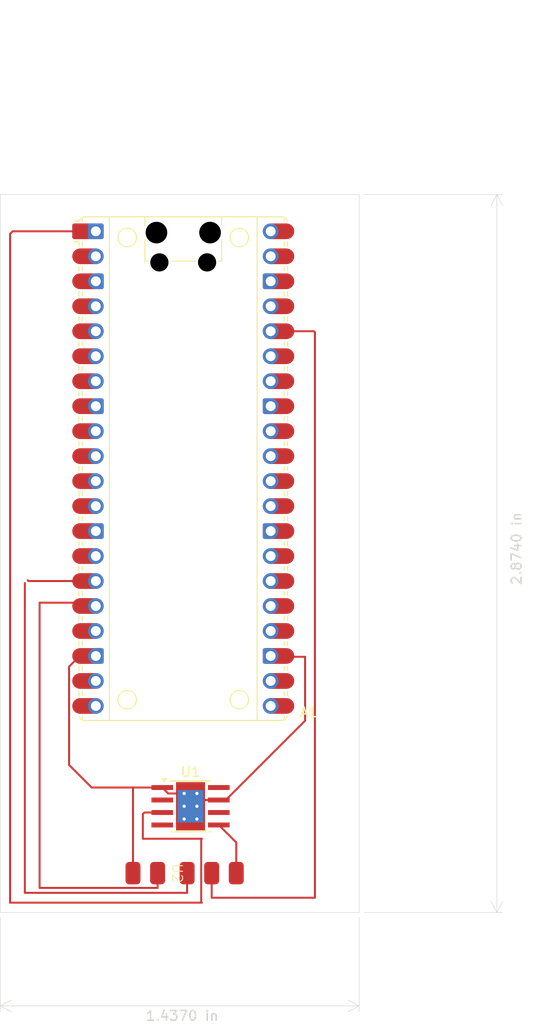
<source format=kicad_pcb>
(kicad_pcb (version 20240108) (generator "pcbnew") (generator_version "8.0")
  (layers (0 "F.Cu" signal) (31 "B.Cu" signal) (34 "B.Paste" user) (35 "F.Paste" user) (36 "B.SilkS" user "B.Silkscreen") (37 "F.SilkS" user "F.Silkscreen") (38 "B.Mask" user) (39 "F.Mask" user) (44 "Edge.Cuts" user))
  (net 0 "")
  (net 3 "GND")
  (net 5 "+10V")
  (net 7 "Net-(A1-GPIO0)")
  (net 18 "+3.3V")
  (net 38 "Net-(A1-GPIO12)")
  (net 39 "Net-(A1-GPIO11)")
  (footprint "Inlet_PCB_connector:Inlet_PCB" (layer "F.Cu") (at 89.5 138.5 -90)
    (property "Reference" "U2" (at 0 1 -90) (layer "F.SilkS") (effects (font (thickness 0.1))))
    (property "Value" "~" (hide yes))
    (pad "1" smd roundrect (at 0 -5 270) (size 2.286 1.524) (layers "F.Cu" "F.Paste" "F.Mask") (net 5 "+10V"))
    (pad "2" smd roundrect (at 0 -2.5 270) (size 2.286 1.524) (layers "F.Cu" "F.Paste" "F.Mask") (net 18 "+3.3V"))
    (pad "3" smd roundrect (at 0 0 270) (size 2.286 1.524) (layers "F.Cu" "F.Paste" "F.Mask"))
    (pad "4" smd roundrect (at 0 3 270) (size 2.286 1.524) (layers "F.Cu" "F.Paste" "F.Mask") (net 38 "Net-(A1-GPIO12)"))
    (pad "5" smd roundrect (at 0 5.5 270) (size 2.286 1.524) (layers "F.Cu" "F.Paste" "F.Mask") (net 3 "GND"))
  )
  (footprint "Module_RaspberryPi_Pico:RaspberryPi_Pico_Common" (layer "F.Cu") (at 89.11 97.37)
    (property "Reference" "A1" (at 11.7475 24.765 0) (layer "F.SilkS") (effects (justify left)))
    (property "Value" "RaspberryPi_Pico")
    (fp_line (start -10.61 -23.07) (end -11.09 -23.07) (stroke (width 0.12)) (layer "F.SilkS"))
    (fp_line (start -10.61 -23.07) (end -10.61 -22.65) (stroke (width 0.12)) (layer "F.SilkS"))
    (fp_line (start -10.61 -20.53) (end -10.61 -20.11) (stroke (width 0.12)) (layer "F.SilkS"))
    (fp_line (start -10.61 -17.99) (end -10.61 -17.57) (stroke (width 0.12)) (layer "F.SilkS"))
    (fp_line (start -10.61 -15.45) (end -10.61 -15.03) (stroke (width 0.12)) (layer "F.SilkS"))
    (fp_line (start -10.61 -12.91) (end -10.61 -12.49) (stroke (width 0.12)) (layer "F.SilkS"))
    (fp_line (start -10.61 -10.37) (end -10.61 -9.95) (stroke (width 0.12)) (layer "F.SilkS"))
    (fp_line (start -10.61 -7.83) (end -10.61 -7.41) (stroke (width 0.12)) (layer "F.SilkS"))
    (fp_line (start -10.61 -5.29) (end -10.61 -4.87) (stroke (width 0.12)) (layer "F.SilkS"))
    (fp_line (start -10.61 -2.75) (end -10.61 -2.33) (stroke (width 0.12)) (layer "F.SilkS"))
    (fp_line (start -10.61 -0.21) (end -10.61 0.21) (stroke (width 0.12)) (layer "F.SilkS"))
    (fp_line (start -10.61 2.33) (end -10.61 2.75) (stroke (width 0.12)) (layer "F.SilkS"))
    (fp_line (start -10.61 4.87) (end -10.61 5.29) (stroke (width 0.12)) (layer "F.SilkS"))
    (fp_line (start -10.61 7.41) (end -10.61 7.83) (stroke (width 0.12)) (layer "F.SilkS"))
    (fp_line (start -10.61 9.95) (end -10.61 10.37) (stroke (width 0.12)) (layer "F.SilkS"))
    (fp_line (start -10.61 12.49) (end -10.61 12.91) (stroke (width 0.12)) (layer "F.SilkS"))
    (fp_line (start -10.61 15.03) (end -10.61 15.45) (stroke (width 0.12)) (layer "F.SilkS"))
    (fp_line (start -10.61 17.57) (end -10.61 17.99) (stroke (width 0.12)) (layer "F.SilkS"))
    (fp_line (start -10.61 20.11) (end -10.61 20.53) (stroke (width 0.12)) (layer "F.SilkS"))
    (fp_line (start -10.61 22.65) (end -10.61 23.07) (stroke (width 0.12)) (layer "F.SilkS"))
    (fp_line (start -10.579676 -25.19) (end -11.09 -25.19) (stroke (width 0.12)) (layer "F.SilkS"))
    (fp_line (start -10.27 -25.189937) (end -10.27 -25.547) (stroke (width 0.12)) (layer "F.SilkS"))
    (fp_line (start -10.27 -23.07) (end -10.27 -22.65) (stroke (width 0.12)) (layer "F.SilkS"))
    (fp_line (start -10.27 -20.53) (end -10.27 -20.11) (stroke (width 0.12)) (layer "F.SilkS"))
    (fp_line (start -10.27 -17.99) (end -10.27 -17.57) (stroke (width 0.12)) (layer "F.SilkS"))
    (fp_line (start -10.27 -15.45) (end -10.27 -15.03) (stroke (width 0.12)) (layer "F.SilkS"))
    (fp_line (start -10.27 -12.91) (end -10.27 -12.49) (stroke (width 0.12)) (layer "F.SilkS"))
    (fp_line (start -10.27 -10.37) (end -10.27 -9.95) (stroke (width 0.12)) (layer "F.SilkS"))
    (fp_line (start -10.27 -7.83) (end -10.27 -7.41) (stroke (width 0.12)) (layer "F.SilkS"))
    (fp_line (start -10.27 -5.29) (end -10.27 -4.87) (stroke (width 0.12)) (layer "F.SilkS"))
    (fp_line (start -10.27 -2.75) (end -10.27 -2.33) (stroke (width 0.12)) (layer "F.SilkS"))
    (fp_line (start -10.27 -0.21) (end -10.27 0.21) (stroke (width 0.12)) (layer "F.SilkS"))
    (fp_line (start -10.27 2.33) (end -10.27 2.75) (stroke (width 0.12)) (layer "F.SilkS"))
    (fp_line (start -10.27 4.87) (end -10.27 5.29) (stroke (width 0.12)) (layer "F.SilkS"))
    (fp_line (start -10.27 7.41) (end -10.27 7.83) (stroke (width 0.12)) (layer "F.SilkS"))
    (fp_line (start -10.27 9.95) (end -10.27 10.37) (stroke (width 0.12)) (layer "F.SilkS"))
    (fp_line (start -10.27 12.49) (end -10.27 12.91) (stroke (width 0.12)) (layer "F.SilkS"))
    (fp_line (start -10.27 15.03) (end -10.27 15.45) (stroke (width 0.12)) (layer "F.SilkS"))
    (fp_line (start -10.27 17.57) (end -10.27 17.99) (stroke (width 0.12)) (layer "F.SilkS"))
    (fp_line (start -10.27 20.11) (end -10.27 20.53) (stroke (width 0.12)) (layer "F.SilkS"))
    (fp_line (start -10.27 22.65) (end -10.27 23.07) (stroke (width 0.12)) (layer "F.SilkS"))
    (fp_line (start -10.27 25.189937) (end -10.27 25.547) (stroke (width 0.12)) (layer "F.SilkS"))
    (fp_line (start -10 -25.61) (end -7.51 -25.61) (stroke (width 0.12)) (layer "F.SilkS"))
    (fp_line (start -10 25.61) (end -3.6 25.61) (stroke (width 0.12)) (layer "F.SilkS"))
    (fp_line (start -7.51 -25.61) (end -7.51 -24.69648) (stroke (width 0.12)) (layer "F.SilkS"))
    (fp_line (start -7.51 -25.61) (end -4.235 -25.61) (stroke (width 0.12)) (layer "F.SilkS"))
    (fp_line (start -7.51 -24.69648) (end -7.51 -22.30352) (stroke (width 0.12)) (layer "F.SilkS"))
    (fp_line (start -7.51 -22.30352) (end -7.51 22.30352) (stroke (width 0.12)) (layer "F.SilkS"))
    (fp_line (start -7.51 22.30352) (end -7.51 24.69648) (stroke (width 0.12)) (layer "F.SilkS"))
    (fp_line (start -7.51 24.69648) (end -7.51 25.61) (stroke (width 0.12)) (layer "F.SilkS"))
    (fp_line (start -4.235 -25.61) (end 4.235 -25.61) (stroke (width 0.12)) (layer "F.SilkS"))
    (fp_line (start -3.9 -25.61) (end -3.9 -24.694) (stroke (width 0.12)) (layer "F.SilkS"))
    (fp_line (start -3.9 -23.3152) (end -3.9 -21.09) (stroke (width 0.12)) (layer "F.SilkS"))
    (fp_line (start -3.9 -21.09) (end -3.60391 -21.09) (stroke (width 0.12)) (layer "F.SilkS"))
    (fp_line (start -1.24609 -21.09) (end 1.24609 -21.09) (stroke (width 0.12)) (layer "F.SilkS"))
    (fp_line (start 3.6 25.61) (end -3.6 25.61) (stroke (width 0.12)) (layer "F.SilkS"))
    (fp_line (start 3.6 25.61) (end 10 25.61) (stroke (width 0.12)) (layer "F.SilkS"))
    (fp_line (start 3.60391 -21.09) (end 3.9 -21.09) (stroke (width 0.12)) (layer "F.SilkS"))
    (fp_line (start 3.9 -25.61) (end 3.9 -24.694) (stroke (width 0.12)) (layer "F.SilkS"))
    (fp_line (start 3.9 -23.3152) (end 3.9 -21.09) (stroke (width 0.12)) (layer "F.SilkS"))
    (fp_line (start 4.235 -25.61) (end 7.51 -25.61) (stroke (width 0.12)) (layer "F.SilkS"))
    (fp_line (start 7.51 -25.61) (end 7.51 -24.69648) (stroke (width 0.12)) (layer "F.SilkS"))
    (fp_line (start 7.51 -24.69648) (end 7.51 -22.30352) (stroke (width 0.12)) (layer "F.SilkS"))
    (fp_line (start 7.51 -22.30352) (end 7.51 22.30352) (stroke (width 0.12)) (layer "F.SilkS"))
    (fp_line (start 7.51 22.30352) (end 7.51 24.69648) (stroke (width 0.12)) (layer "F.SilkS"))
    (fp_line (start 7.51 24.69648) (end 7.51 25.61) (stroke (width 0.12)) (layer "F.SilkS"))
    (fp_line (start 10 -25.61) (end 7.51 -25.61) (stroke (width 0.12)) (layer "F.SilkS"))
    (fp_line (start 10.27 -25.189937) (end 10.27 -25.547) (stroke (width 0.12)) (layer "F.SilkS"))
    (fp_line (start 10.27 -23.07) (end 10.27 -22.65) (stroke (width 0.12)) (layer "F.SilkS"))
    (fp_line (start 10.27 -20.53) (end 10.27 -20.11) (stroke (width 0.12)) (layer "F.SilkS"))
    (fp_line (start 10.27 -17.99) (end 10.27 -17.57) (stroke (width 0.12)) (layer "F.SilkS"))
    (fp_line (start 10.27 -15.45) (end 10.27 -15.03) (stroke (width 0.12)) (layer "F.SilkS"))
    (fp_line (start 10.27 -12.91) (end 10.27 -12.49) (stroke (width 0.12)) (layer "F.SilkS"))
    (fp_line (start 10.27 -10.37) (end 10.27 -9.95) (stroke (width 0.12)) (layer "F.SilkS"))
    (fp_line (start 10.27 -7.83) (end 10.27 -7.41) (stroke (width 0.12)) (layer "F.SilkS"))
    (fp_line (start 10.27 -5.29) (end 10.27 -4.87) (stroke (width 0.12)) (layer "F.SilkS"))
    (fp_line (start 10.27 -2.75) (end 10.27 -2.33) (stroke (width 0.12)) (layer "F.SilkS"))
    (fp_line (start 10.27 -0.21) (end 10.27 0.21) (stroke (width 0.12)) (layer "F.SilkS"))
    (fp_line (start 10.27 2.33) (end 10.27 2.75) (stroke (width 0.12)) (layer "F.SilkS"))
    (fp_line (start 10.27 4.87) (end 10.27 5.29) (stroke (width 0.12)) (layer "F.SilkS"))
    (fp_line (start 10.27 7.41) (end 10.27 7.83) (stroke (width 0.12)) (layer "F.SilkS"))
    (fp_line (start 10.27 9.95) (end 10.27 10.37) (stroke (width 0.12)) (layer "F.SilkS"))
    (fp_line (start 10.27 12.49) (end 10.27 12.91) (stroke (width 0.12)) (layer "F.SilkS"))
    (fp_line (start 10.27 15.03) (end 10.27 15.45) (stroke (width 0.12)) (layer "F.SilkS"))
    (fp_line (start 10.27 17.57) (end 10.27 17.99) (stroke (width 0.12)) (layer "F.SilkS"))
    (fp_line (start 10.27 20.11) (end 10.27 20.53) (stroke (width 0.12)) (layer "F.SilkS"))
    (fp_line (start 10.27 22.65) (end 10.27 23.07) (stroke (width 0.12)) (layer "F.SilkS"))
    (fp_line (start 10.27 25.189937) (end 10.27 25.547) (stroke (width 0.12)) (layer "F.SilkS"))
    (fp_line (start 10.61 -23.07) (end 10.61 -22.65) (stroke (width 0.12)) (layer "F.SilkS"))
    (fp_line (start 10.61 -20.53) (end 10.61 -20.11) (stroke (width 0.12)) (layer "F.SilkS"))
    (fp_line (start 10.61 -17.99) (end 10.61 -17.57) (stroke (width 0.12)) (layer "F.SilkS"))
    (fp_line (start 10.61 -15.45) (end 10.61 -15.03) (stroke (width 0.12)) (layer "F.SilkS"))
    (fp_line (start 10.61 -12.91) (end 10.61 -12.49) (stroke (width 0.12)) (layer "F.SilkS"))
    (fp_line (start 10.61 -10.37) (end 10.61 -9.95) (stroke (width 0.12)) (layer "F.SilkS"))
    (fp_line (start 10.61 -7.83) (end 10.61 -7.41) (stroke (width 0.12)) (layer "F.SilkS"))
    (fp_line (start 10.61 -5.29) (end 10.61 -4.87) (stroke (width 0.12)) (layer "F.SilkS"))
    (fp_line (start 10.61 -2.75) (end 10.61 -2.33) (stroke (width 0.12)) (layer "F.SilkS"))
    (fp_line (start 10.61 -0.21) (end 10.61 0.21) (stroke (width 0.12)) (layer "F.SilkS"))
    (fp_line (start 10.61 2.33) (end 10.61 2.75) (stroke (width 0.12)) (layer "F.SilkS"))
    (fp_line (start 10.61 4.87) (end 10.61 5.29) (stroke (width 0.12)) (layer "F.SilkS"))
    (fp_line (start 10.61 7.41) (end 10.61 7.83) (stroke (width 0.12)) (layer "F.SilkS"))
    (fp_line (start 10.61 9.95) (end 10.61 10.37) (stroke (width 0.12)) (layer "F.SilkS"))
    (fp_line (start 10.61 12.49) (end 10.61 12.91) (stroke (width 0.12)) (layer "F.SilkS"))
    (fp_line (start 10.61 15.03) (end 10.61 15.45) (stroke (width 0.12)) (layer "F.SilkS"))
    (fp_line (start 10.61 17.57) (end 10.61 17.99) (stroke (width 0.12)) (layer "F.SilkS"))
    (fp_line (start 10.61 20.11) (end 10.61 20.53) (stroke (width 0.12)) (layer "F.SilkS"))
    (fp_line (start 10.61 22.65) (end 10.61 23.07) (stroke (width 0.12)) (layer "F.SilkS"))
    (fp_arc (start -10.579676 -25.19) (mid -10.357916 -25.49396) (end -10 -25.61) (stroke (width 0.12)) (layer "F.SilkS"))
    (fp_arc (start -10 25.61) (mid -10.357937 25.493944) (end -10.579676 25.189937) (stroke (width 0.12)) (layer "F.SilkS"))
    (fp_arc (start 10 -25.61) (mid 10.357937 -25.493944) (end 10.579676 -25.189937) (stroke (width 0.12)) (layer "F.SilkS"))
    (fp_arc (start 10.579676 25.189937) (mid 10.357949 25.493953) (end 10 25.61) (stroke (width 0.12)) (layer "F.SilkS"))
    (fp_circle (center -5.7 -23.5) (end -4.76 -23.5) (stroke (width 0.12)) (fill none) (layer "F.SilkS"))
    (fp_circle (center -5.7 23.5) (end -4.76 23.5) (stroke (width 0.12)) (fill none) (layer "F.SilkS"))
    (fp_circle (center 5.7 -23.5) (end 6.64 -23.5) (stroke (width 0.12)) (fill none) (layer "F.SilkS"))
    (fp_circle (center 5.7 23.5) (end 6.64 23.5) (stroke (width 0.12)) (fill none) (layer "F.SilkS"))
    (pad "" np_thru_hole circle (at -2.725 -24) (size 2.2 2.2) (drill 2.2) (layers "*.Mask"))
    (pad "" np_thru_hole circle (at -2.425 -20.97) (size 1.85 1.85) (drill 1.85) (layers "*.Mask"))
    (pad "" np_thru_hole circle (at 2.425 -20.97) (size 1.85 1.85) (drill 1.85) (layers "*.Mask"))
    (pad "" np_thru_hole circle (at 2.725 -24) (size 2.2 2.2) (drill 2.2) (layers "*.Mask"))
    (pad "1" thru_hole roundrect (at -8.89 -24.13) (size 1.6 1.6) (drill 1) (layers "*.Cu" "*.Mask") (roundrect_rratio 0.125) (net 7 "Net-(A1-GPIO0)"))
    (pad "1" smd custom (at -8.89 -24.13) (size 1.6 1.6) (layers "F.Cu" "F.Mask") (net 7 "Net-(A1-GPIO0)") (options (clearance outline) (anchor circle)) (primitives (gr_poly (pts (xy -2.4 0.6) (xy -2.4 -0.6) (xy -2.2 -0.8) (xy 0 -0.8) (xy 0 0.8) (xy -2.2 0.8)) (width 0) (fill yes)) (gr_circle (center -2.2 0.6) (end -2 0.6) (width 0) (fill yes)) (gr_circle (center -2.2 -0.6) (end -2 -0.6) (width 0) (fill yes))))
    (pad "2" thru_hole circle (at -8.89 -21.59) (size 1.6 1.6) (drill 1) (layers "*.Cu" "*.Mask"))
    (pad "2" smd roundrect (at -8.89 -21.59) (size 3.2 1.6) (drill (offset -0.8 0)) (layers "F.Cu" "F.Mask") (roundrect_rratio 0.5))
    (pad "3" thru_hole custom (at -8.89 -19.05) (size 1.6 1.6) (drill 1) (layers "*.Cu" "*.Mask") (net 3 "GND") (options (clearance outline) (anchor circle)) (primitives (gr_poly (pts (xy 0.8 0.6) (xy 0.8 -0.6) (xy 0.6 -0.8) (xy 0 -0.8) (xy 0 0.8) (xy 0.6 0.8)) (width 0) (fill yes)) (gr_circle (center 0.6 0.6) (end 0.8 0.6) (width 0) (fill yes)) (gr_circle (center 0.6 -0.6) (end 0.8 -0.6) (width 0) (fill yes))))
    (pad "3" smd custom (at -8.89 -19.05) (size 1.6 1.6) (layers "F.Cu" "F.Mask") (net 3 "GND") (options (clearance outline) (anchor circle)) (primitives (gr_poly (pts (xy 0.8 -0.6) (xy 0.8 0.6) (xy 0.6 0.8) (xy -1.6 0.8) (xy -1.6 -0.8) (xy 0.6 -0.8)) (width 0) (fill yes)) (gr_circle (center 0.6 0.6) (end 0.8 0.6) (width 0) (fill yes)) (gr_circle (center 0.6 -0.6) (end 0.8 -0.6) (width 0) (fill yes)) (gr_circle (center -1.6 0) (end -0.8 0) (width 0) (fill yes))))
    (pad "4" thru_hole circle (at -8.89 -16.51) (size 1.6 1.6) (drill 1) (layers "*.Cu" "*.Mask"))
    (pad "4" smd roundrect (at -8.89 -16.51) (size 3.2 1.6) (drill (offset -0.8 0)) (layers "F.Cu" "F.Mask") (roundrect_rratio 0.5))
    (pad "5" thru_hole circle (at -8.89 -13.97) (size 1.6 1.6) (drill 1) (layers "*.Cu" "*.Mask"))
    (pad "5" smd roundrect (at -8.89 -13.97) (size 3.2 1.6) (drill (offset -0.8 0)) (layers "F.Cu" "F.Mask") (roundrect_rratio 0.5))
    (pad "6" thru_hole circle (at -8.89 -11.43) (size 1.6 1.6) (drill 1) (layers "*.Cu" "*.Mask"))
    (pad "6" smd roundrect (at -8.89 -11.43) (size 3.2 1.6) (drill (offset -0.8 0)) (layers "F.Cu" "F.Mask") (roundrect_rratio 0.5))
    (pad "7" thru_hole circle (at -8.89 -8.89) (size 1.6 1.6) (drill 1) (layers "*.Cu" "*.Mask"))
    (pad "7" smd roundrect (at -8.89 -8.89) (size 3.2 1.6) (drill (offset -0.8 0)) (layers "F.Cu" "F.Mask") (roundrect_rratio 0.5))
    (pad "8" thru_hole custom (at -8.89 -6.35) (size 1.6 1.6) (drill 1) (layers "*.Cu" "*.Mask") (net 3 "GND") (options (clearance outline) (anchor circle)) (primitives (gr_poly (pts (xy 0.8 0.6) (xy 0.8 -0.6) (xy 0.6 -0.8) (xy 0 -0.8) (xy 0 0.8) (xy 0.6 0.8)) (width 0) (fill yes)) (gr_circle (center 0.6 0.6) (end 0.8 0.6) (width 0) (fill yes)) (gr_circle (center 0.6 -0.6) (end 0.8 -0.6) (width 0) (fill yes))))
    (pad "8" smd custom (at -8.89 -6.35) (size 1.6 1.6) (layers "F.Cu" "F.Mask") (net 3 "GND") (options (clearance outline) (anchor circle)) (primitives (gr_poly (pts (xy 0.8 -0.6) (xy 0.8 0.6) (xy 0.6 0.8) (xy -1.6 0.8) (xy -1.6 -0.8) (xy 0.6 -0.8)) (width 0) (fill yes)) (gr_circle (center 0.6 0.6) (end 0.8 0.6) (width 0) (fill yes)) (gr_circle (center 0.6 -0.6) (end 0.8 -0.6) (width 0) (fill yes)) (gr_circle (center -1.6 0) (end -0.8 0) (width 0) (fill yes))))
    (pad "9" thru_hole circle (at -8.89 -3.81) (size 1.6 1.6) (drill 1) (layers "*.Cu" "*.Mask"))
    (pad "9" smd roundrect (at -8.89 -3.81) (size 3.2 1.6) (drill (offset -0.8 0)) (layers "F.Cu" "F.Mask") (roundrect_rratio 0.5))
    (pad "10" thru_hole circle (at -8.89 -1.27) (size 1.6 1.6) (drill 1) (layers "*.Cu" "*.Mask"))
    (pad "10" smd roundrect (at -8.89 -1.27) (size 3.2 1.6) (drill (offset -0.8 0)) (layers "F.Cu" "F.Mask") (roundrect_rratio 0.5))
    (pad "11" thru_hole circle (at -8.89 1.27) (size 1.6 1.6) (drill 1) (layers "*.Cu" "*.Mask"))
    (pad "11" smd roundrect (at -8.89 1.27) (size 3.2 1.6) (drill (offset -0.8 0)) (layers "F.Cu" "F.Mask") (roundrect_rratio 0.5))
    (pad "12" thru_hole circle (at -8.89 3.81) (size 1.6 1.6) (drill 1) (layers "*.Cu" "*.Mask"))
    (pad "12" smd roundrect (at -8.89 3.81) (size 3.2 1.6) (drill (offset -0.8 0)) (layers "F.Cu" "F.Mask") (roundrect_rratio 0.5))
    (pad "13" thru_hole custom (at -8.89 6.35) (size 1.6 1.6) (drill 1) (layers "*.Cu" "*.Mask") (net 3 "GND") (options (clearance outline) (anchor circle)) (primitives (gr_poly (pts (xy 0.8 0.6) (xy 0.8 -0.6) (xy 0.6 -0.8) (xy 0 -0.8) (xy 0 0.8) (xy 0.6 0.8)) (width 0) (fill yes)) (gr_circle (center 0.6 0.6) (end 0.8 0.6) (width 0) (fill yes)) (gr_circle (center 0.6 -0.6) (end 0.8 -0.6) (width 0) (fill yes))))
    (pad "13" smd custom (at -8.89 6.35) (size 1.6 1.6) (layers "F.Cu" "F.Mask") (net 3 "GND") (options (clearance outline) (anchor circle)) (primitives (gr_poly (pts (xy 0.8 -0.6) (xy 0.8 0.6) (xy 0.6 0.8) (xy -1.6 0.8) (xy -1.6 -0.8) (xy 0.6 -0.8)) (width 0) (fill yes)) (gr_circle (center 0.6 0.6) (end 0.8 0.6) (width 0) (fill yes)) (gr_circle (center 0.6 -0.6) (end 0.8 -0.6) (width 0) (fill yes)) (gr_circle (center -1.6 0) (end -0.8 0) (width 0) (fill yes))))
    (pad "14" thru_hole circle (at -8.89 8.89) (size 1.6 1.6) (drill 1) (layers "*.Cu" "*.Mask"))
    (pad "14" smd roundrect (at -8.89 8.89) (size 3.2 1.6) (drill (offset -0.8 0)) (layers "F.Cu" "F.Mask") (roundrect_rratio 0.5))
    (pad "15" thru_hole circle (at -8.89 11.43) (size 1.6 1.6) (drill 1) (layers "*.Cu" "*.Mask") (net 39 "Net-(A1-GPIO11)"))
    (pad "15" smd roundrect (at -8.89 11.43) (size 3.2 1.6) (drill (offset -0.8 0)) (layers "F.Cu" "F.Mask") (roundrect_rratio 0.5) (net 39 "Net-(A1-GPIO11)"))
    (pad "16" thru_hole circle (at -8.89 13.97) (size 1.6 1.6) (drill 1) (layers "*.Cu" "*.Mask") (net 38 "Net-(A1-GPIO12)"))
    (pad "16" smd roundrect (at -8.89 13.97) (size 3.2 1.6) (drill (offset -0.8 0)) (layers "F.Cu" "F.Mask") (roundrect_rratio 0.5) (net 38 "Net-(A1-GPIO12)"))
    (pad "17" thru_hole circle (at -8.89 16.51) (size 1.6 1.6) (drill 1) (layers "*.Cu" "*.Mask"))
    (pad "17" smd roundrect (at -8.89 16.51) (size 3.2 1.6) (drill (offset -0.8 0)) (layers "F.Cu" "F.Mask") (roundrect_rratio 0.5))
    (pad "18" thru_hole custom (at -8.89 19.05) (size 1.6 1.6) (drill 1) (layers "*.Cu" "*.Mask") (net 3 "GND") (options (clearance outline) (anchor circle)) (primitives (gr_poly (pts (xy 0.8 0.6) (xy 0.8 -0.6) (xy 0.6 -0.8) (xy 0 -0.8) (xy 0 0.8) (xy 0.6 0.8)) (width 0) (fill yes)) (gr_circle (center 0.6 0.6) (end 0.8 0.6) (width 0) (fill yes)) (gr_circle (center 0.6 -0.6) (end 0.8 -0.6) (width 0) (fill yes))))
    (pad "18" smd custom (at -8.89 19.05) (size 1.6 1.6) (layers "F.Cu" "F.Mask") (net 3 "GND") (options (clearance outline) (anchor circle)) (primitives (gr_poly (pts (xy 0.8 -0.6) (xy 0.8 0.6) (xy 0.6 0.8) (xy -1.6 0.8) (xy -1.6 -0.8) (xy 0.6 -0.8)) (width 0) (fill yes)) (gr_circle (center 0.6 0.6) (end 0.8 0.6) (width 0) (fill yes)) (gr_circle (center 0.6 -0.6) (end 0.8 -0.6) (width 0) (fill yes)) (gr_circle (center -1.6 0) (end -0.8 0) (width 0) (fill yes))))
    (pad "19" thru_hole circle (at -8.89 21.59) (size 1.6 1.6) (drill 1) (layers "*.Cu" "*.Mask"))
    (pad "19" smd roundrect (at -8.89 21.59) (size 3.2 1.6) (drill (offset -0.8 0)) (layers "F.Cu" "F.Mask") (roundrect_rratio 0.5))
    (pad "20" thru_hole circle (at -8.89 24.13) (size 1.6 1.6) (drill 1) (layers "*.Cu" "*.Mask"))
    (pad "20" smd roundrect (at -8.89 24.13) (size 3.2 1.6) (drill (offset -0.8 0)) (layers "F.Cu" "F.Mask") (roundrect_rratio 0.5))
    (pad "21" thru_hole circle (at 8.89 24.13) (size 1.6 1.6) (drill 1) (layers "*.Cu" "*.Mask"))
    (pad "21" smd roundrect (at 8.89 24.13) (size 3.2 1.6) (drill (offset 0.8 0)) (layers "F.Cu" "F.Mask") (roundrect_rratio 0.5))
    (pad "22" thru_hole circle (at 8.89 21.59) (size 1.6 1.6) (drill 1) (layers "*.Cu" "*.Mask"))
    (pad "22" smd roundrect (at 8.89 21.59) (size 3.2 1.6) (drill (offset 0.8 0)) (layers "F.Cu" "F.Mask") (roundrect_rratio 0.5))
    (pad "23" thru_hole custom (at 8.89 19.05) (size 1.6 1.6) (drill 1) (layers "*.Cu" "*.Mask") (net 3 "GND") (options (clearance outline) (anchor circle)) (primitives (gr_poly (pts (xy -0.8 0.6) (xy -0.8 -0.6) (xy -0.6 -0.8) (xy 0 -0.8) (xy 0 0.8) (xy -0.6 0.8)) (width 0) (fill yes)) (gr_circle (center -0.6 0.6) (end -0.4 0.6) (width 0) (fill yes)) (gr_circle (center -0.6 -0.6) (end -0.4 -0.6) (width 0) (fill yes))))
    (pad "23" smd custom (at 8.89 19.05) (size 1.6 1.6) (layers "F.Cu" "F.Mask") (net 3 "GND") (options (clearance outline) (anchor circle)) (primitives (gr_poly (pts (xy -0.8 -0.6) (xy -0.8 0.6) (xy -0.6 0.8) (xy 1.6 0.8) (xy 1.6 -0.8) (xy -0.6 -0.8)) (width 0) (fill yes)) (gr_circle (center -0.6 0.6) (end -0.4 0.6) (width 0) (fill yes)) (gr_circle (center -0.6 -0.6) (end -0.4 -0.6) (width 0) (fill yes)) (gr_circle (center 1.6 0) (end 2.4 0) (width 0) (fill yes))))
    (pad "24" thru_hole circle (at 8.89 16.51) (size 1.6 1.6) (drill 1) (layers "*.Cu" "*.Mask"))
    (pad "24" smd roundrect (at 8.89 16.51) (size 3.2 1.6) (drill (offset 0.8 0)) (layers "F.Cu" "F.Mask") (roundrect_rratio 0.5))
    (pad "25" thru_hole circle (at 8.89 13.97) (size 1.6 1.6) (drill 1) (layers "*.Cu" "*.Mask"))
    (pad "25" smd roundrect (at 8.89 13.97) (size 3.2 1.6) (drill (offset 0.8 0)) (layers "F.Cu" "F.Mask") (roundrect_rratio 0.5))
    (pad "26" thru_hole circle (at 8.89 11.43) (size 1.6 1.6) (drill 1) (layers "*.Cu" "*.Mask"))
    (pad "26" smd roundrect (at 8.89 11.43) (size 3.2 1.6) (drill (offset 0.8 0)) (layers "F.Cu" "F.Mask") (roundrect_rratio 0.5))
    (pad "27" thru_hole circle (at 8.89 8.89) (size 1.6 1.6) (drill 1) (layers "*.Cu" "*.Mask"))
    (pad "27" smd roundrect (at 8.89 8.89) (size 3.2 1.6) (drill (offset 0.8 0)) (layers "F.Cu" "F.Mask") (roundrect_rratio 0.5))
    (pad "28" thru_hole custom (at 8.89 6.35) (size 1.6 1.6) (drill 1) (layers "*.Cu" "*.Mask") (net 3 "GND") (options (clearance outline) (anchor circle)) (primitives (gr_poly (pts (xy -0.8 0.6) (xy -0.8 -0.6) (xy -0.6 -0.8) (xy 0 -0.8) (xy 0 0.8) (xy -0.6 0.8)) (width 0) (fill yes)) (gr_circle (center -0.6 0.6) (end -0.4 0.6) (width 0) (fill yes)) (gr_circle (center -0.6 -0.6) (end -0.4 -0.6) (width 0) (fill yes))))
    (pad "28" smd custom (at 8.89 6.35) (size 1.6 1.6) (layers "F.Cu" "F.Mask") (net 3 "GND") (options (clearance outline) (anchor circle)) (primitives (gr_poly (pts (xy -0.8 -0.6) (xy -0.8 0.6) (xy -0.6 0.8) (xy 1.6 0.8) (xy 1.6 -0.8) (xy -0.6 -0.8)) (width 0) (fill yes)) (gr_circle (center -0.6 0.6) (end -0.4 0.6) (width 0) (fill yes)) (gr_circle (center -0.6 -0.6) (end -0.4 -0.6) (width 0) (fill yes)) (gr_circle (center 1.6 0) (end 2.4 0) (width 0) (fill yes))))
    (pad "29" thru_hole circle (at 8.89 3.81) (size 1.6 1.6) (drill 1) (layers "*.Cu" "*.Mask"))
    (pad "29" smd roundrect (at 8.89 3.81) (size 3.2 1.6) (drill (offset 0.8 0)) (layers "F.Cu" "F.Mask") (roundrect_rratio 0.5))
    (pad "30" thru_hole circle (at 8.89 1.27) (size 1.6 1.6) (drill 1) (layers "*.Cu" "*.Mask"))
    (pad "30" smd roundrect (at 8.89 1.27) (size 3.2 1.6) (drill (offset 0.8 0)) (layers "F.Cu" "F.Mask") (roundrect_rratio 0.5))
    (pad "31" thru_hole circle (at 8.89 -1.27) (size 1.6 1.6) (drill 1) (layers "*.Cu" "*.Mask"))
    (pad "31" smd roundrect (at 8.89 -1.27) (size 3.2 1.6) (drill (offset 0.8 0)) (layers "F.Cu" "F.Mask") (roundrect_rratio 0.5))
    (pad "32" thru_hole circle (at 8.89 -3.81) (size 1.6 1.6) (drill 1) (layers "*.Cu" "*.Mask"))
    (pad "32" smd roundrect (at 8.89 -3.81) (size 3.2 1.6) (drill (offset 0.8 0)) (layers "F.Cu" "F.Mask") (roundrect_rratio 0.5))
    (pad "33" thru_hole custom (at 8.89 -6.35) (size 1.6 1.6) (drill 1) (layers "*.Cu" "*.Mask") (options (clearance outline) (anchor circle)) (primitives (gr_poly (pts (xy -0.8 0.6) (xy -0.8 -0.6) (xy -0.6 -0.8) (xy 0 -0.8) (xy 0 0.8) (xy -0.6 0.8)) (width 0) (fill yes)) (gr_circle (center -0.6 0.6) (end -0.4 0.6) (width 0) (fill yes)) (gr_circle (center -0.6 -0.6) (end -0.4 -0.6) (width 0) (fill yes))))
    (pad "33" smd custom (at 8.89 -6.35) (size 1.6 1.6) (layers "F.Cu" "F.Mask") (options (clearance outline) (anchor circle)) (primitives (gr_poly (pts (xy -0.8 -0.6) (xy -0.8 0.6) (xy -0.6 0.8) (xy 1.6 0.8) (xy 1.6 -0.8) (xy -0.6 -0.8)) (width 0) (fill yes)) (gr_circle (center -0.6 0.6) (end -0.4 0.6) (width 0) (fill yes)) (gr_circle (center -0.6 -0.6) (end -0.4 -0.6) (width 0) (fill yes)) (gr_circle (center 1.6 0) (end 2.4 0) (width 0) (fill yes))))
    (pad "34" thru_hole circle (at 8.89 -8.89) (size 1.6 1.6) (drill 1) (layers "*.Cu" "*.Mask"))
    (pad "34" smd roundrect (at 8.89 -8.89) (size 3.2 1.6) (drill (offset 0.8 0)) (layers "F.Cu" "F.Mask") (roundrect_rratio 0.5))
    (pad "35" thru_hole circle (at 8.89 -11.43) (size 1.6 1.6) (drill 1) (layers "*.Cu" "*.Mask"))
    (pad "35" smd roundrect (at 8.89 -11.43) (size 3.2 1.6) (drill (offset 0.8 0)) (layers "F.Cu" "F.Mask") (roundrect_rratio 0.5))
    (pad "36" thru_hole circle (at 8.89 -13.97) (size 1.6 1.6) (drill 1) (layers "*.Cu" "*.Mask") (net 18 "+3.3V"))
    (pad "36" smd roundrect (at 8.89 -13.97) (size 3.2 1.6) (drill (offset 0.8 0)) (layers "F.Cu" "F.Mask") (roundrect_rratio 0.5) (net 18 "+3.3V"))
    (pad "37" thru_hole circle (at 8.89 -16.51) (size 1.6 1.6) (drill 1) (layers "*.Cu" "*.Mask"))
    (pad "37" smd roundrect (at 8.89 -16.51) (size 3.2 1.6) (drill (offset 0.8 0)) (layers "F.Cu" "F.Mask") (roundrect_rratio 0.5))
    (pad "38" thru_hole custom (at 8.89 -19.05) (size 1.6 1.6) (drill 1) (layers "*.Cu" "*.Mask") (net 3 "GND") (options (clearance outline) (anchor circle)) (primitives (gr_poly (pts (xy -0.8 0.6) (xy -0.8 -0.6) (xy -0.6 -0.8) (xy 0 -0.8) (xy 0 0.8) (xy -0.6 0.8)) (width 0) (fill yes)) (gr_circle (center -0.6 0.6) (end -0.4 0.6) (width 0) (fill yes)) (gr_circle (center -0.6 -0.6) (end -0.4 -0.6) (width 0) (fill yes))))
    (pad "38" smd custom (at 8.89 -19.05) (size 1.6 1.6) (layers "F.Cu" "F.Mask") (net 3 "GND") (options (clearance outline) (anchor circle)) (primitives (gr_poly (pts (xy -0.8 -0.6) (xy -0.8 0.6) (xy -0.6 0.8) (xy 1.6 0.8) (xy 1.6 -0.8) (xy -0.6 -0.8)) (width 0) (fill yes)) (gr_circle (center -0.6 0.6) (end -0.4 0.6) (width 0) (fill yes)) (gr_circle (center -0.6 -0.6) (end -0.4 -0.6) (width 0) (fill yes)) (gr_circle (center 1.6 0) (end 2.4 0) (width 0) (fill yes))))
    (pad "39" thru_hole circle (at 8.89 -21.59) (size 1.6 1.6) (drill 1) (layers "*.Cu" "*.Mask"))
    (pad "39" smd roundrect (at 8.89 -21.59) (size 3.2 1.6) (drill (offset 0.8 0)) (layers "F.Cu" "F.Mask") (roundrect_rratio 0.5))
    (pad "40" thru_hole circle (at 8.89 -24.13) (size 1.6 1.6) (drill 1) (layers "*.Cu" "*.Mask"))
    (pad "40" smd roundrect (at 8.89 -24.13) (size 3.2 1.6) (drill (offset 0.8 0)) (layers "F.Cu" "F.Mask") (roundrect_rratio 0.5))
  )
  (footprint "Package_SO:Texas_HTSOP-8-1EP_3.9x4.9mm_P1.27mm_EP2.95x4.9mm_Mask2.4x3.1mm_ThermalVias" (layer "F.Cu") (at 89.85 131.7)
    (property "Reference" "U1" (at 0 -3.5 0) (layer "F.SilkS"))
    (property "Value" "DRV8871DDA")
    (fp_line (start -2.075 -2.575) (end 2.075 -2.575) (stroke (width 0.15)) (layer "F.SilkS"))
    (fp_line (start -2.075 2.575) (end 2.075 2.575) (stroke (width 0.15)) (layer "F.SilkS"))
    (fp_poly (pts (xy -2.675 -2.475) (xy -2.915 -2.805) (xy -2.435 -2.805) (xy -2.675 -2.475)) (stroke (width 0.12)) (fill solid) (layer "F.SilkS"))
    (pad "1" smd rect (at -2.875 -1.905) (size 2.2 0.5) (layers "F.Cu" "F.Paste" "F.Mask") (net 3 "GND"))
    (pad "2" smd rect (at -2.875 -0.635) (size 2.2 0.5) (layers "F.Cu" "F.Paste" "F.Mask"))
    (pad "3" smd rect (at -2.875 0.635) (size 2.2 0.5) (layers "F.Cu" "F.Paste" "F.Mask") (net 7 "Net-(A1-GPIO0)"))
    (pad "4" smd rect (at -2.875 1.905) (size 2.2 0.5) (layers "F.Cu" "F.Paste" "F.Mask"))
    (pad "5" smd rect (at 2.875 1.905) (size 2.2 0.5) (layers "F.Cu" "F.Paste" "F.Mask") (net 5 "+10V"))
    (pad "6" smd rect (at 2.875 0.635) (size 2.2 0.5) (layers "F.Cu" "F.Paste" "F.Mask"))
    (pad "7" smd rect (at 2.875 -0.635) (size 2.2 0.5) (layers "F.Cu" "F.Paste" "F.Mask") (net 3 "GND"))
    (pad "8" smd rect (at 2.875 -1.905) (size 2.2 0.5) (layers "F.Cu" "F.Paste" "F.Mask"))
    (pad "9" thru_hole circle (at -0.65 -1.3) (size 0.63 0.63) (drill 0.33) (layers "*.Cu" "*.Mask") (net 3 "GND"))
    (pad "9" thru_hole circle (at -0.65 0) (size 0.63 0.63) (drill 0.33) (layers "*.Cu" "*.Mask") (net 3 "GND"))
    (pad "9" thru_hole circle (at -0.65 1.3) (size 0.63 0.63) (drill 0.33) (layers "*.Cu" "*.Mask") (net 3 "GND"))
    (pad "9" smd rect (at 0 0) (size 2.6 3.3) (layers "B.Cu") (net 3 "GND"))
    (pad "9" smd rect (at 0 0) (size 2.95 4.9) (layers "F.Cu") (net 3 "GND"))
    (pad "9" thru_hole circle (at 0.65 -1.3) (size 0.63 0.63) (drill 0.33) (layers "*.Cu" "*.Mask") (net 3 "GND"))
    (pad "9" thru_hole circle (at 0.65 0) (size 0.63 0.63) (drill 0.33) (layers "*.Cu" "*.Mask") (net 3 "GND"))
    (pad "9" thru_hole circle (at 0.65 1.3) (size 0.63 0.63) (drill 0.33) (layers "*.Cu" "*.Mask") (net 3 "GND"))
  )
  (gr_rect (start 70.5 69.5) (end 107 142.5) (stroke (width 0.05)) (fill none) (layer "Edge.Cuts"))
  (dimension (type aligned) (layer "Edge.Cuts") (pts (xy 107 69.5) (xy 107 142.5)) (height -14) (gr_text "2.8740 in" (at 123 105.5 90) (layer "Edge.Cuts") (effects (font (size 1 1) (thickness 0.15)))) (format (prefix "") (suffix "") (units 0) (units_format 1) (precision 4)) (style (thickness 0.05) (arrow_length 1.27) (text_position_mode 2) (extension_height 0.58642) (extension_offset 0.5) keep_text_aligned))
  (dimension (type aligned) (layer "Edge.Cuts") (pts (xy 107 142.5) (xy 70.5 142.5)) (height -9.5) (gr_text "1.4370 in" (at 89 153 0) (layer "Edge.Cuts") (effects (font (size 1 1) (thickness 0.15)))) (format (prefix "") (suffix "") (units 0) (units_format 1) (precision 4)) (style (thickness 0.05) (arrow_length 1.27) (text_position_mode 2) (extension_height 0.58642) (extension_offset 0.5) keep_text_aligned))
  (segment (start 89.5 140.5) (end 73 140.5) (width 0.2) (layer "F.Cu") (net 0))
  (segment (start 89.5 138.5) (end 89.5 140.5) (width 0.2) (layer "F.Cu") (net 0))
  (segment (start 73 140.5) (end 73 109) (width 0.2) (layer "F.Cu") (net 0))
  (segment (start 86.975 129.795) (end 84 129.795) (width 0.2) (layer "F.Cu") (net 3))
  (segment (start 101.5 116.5) (end 98.08 116.5) (width 0.2) (layer "F.Cu") (net 3))
  (segment (start 87.58 130.4) (end 86.975 129.795) (width 0.2) (layer "F.Cu") (net 3))
  (segment (start 101.5 123) (end 101.5 116.5) (width 0.2) (layer "F.Cu") (net 3))
  (segment (start 84 138.5) (end 84 129.795) (width 0.2) (layer "F.Cu") (net 3))
  (segment (start 89.2 133) (end 89.2 133.3) (width 0.2) (layer "F.Cu") (net 3))
  (segment (start 77.5 127.5) (end 77.5 117.5) (width 0.2) (layer "F.Cu") (net 3))
  (segment (start 91.135 131.065) (end 92.725 131.065) (width 0.2) (layer "F.Cu") (net 3))
  (segment (start 98.08 116.5) (end 98 116.42) (width 0.2) (layer "F.Cu") (net 3))
  (segment (start 84 129.795) (end 79.795 129.795) (width 0.2) (layer "F.Cu") (net 3))
  (segment (start 79.795 129.795) (end 77.5 127.5) (width 0.2) (layer "F.Cu") (net 3))
  (segment (start 77.5 117.5) (end 78.58 116.42) (width 0.2) (layer "F.Cu") (net 3))
  (segment (start 89.2 130.4) (end 87.58 130.4) (width 0.2) (layer "F.Cu") (net 3))
  (segment (start 90.5 131.7) (end 91.135 131.065) (width 0.2) (layer "F.Cu") (net 3))
  (segment (start 93.435 131.065) (end 101.5 123) (width 0.2) (layer "F.Cu") (net 3))
  (segment (start 78.58 116.42) (end 80.22 116.42) (width 0.2) (layer "F.Cu") (net 3))
  (segment (start 92.725 131.065) (end 93.435 131.065) (width 0.2) (layer "F.Cu") (net 3))
  (segment (start 94.5 138.5) (end 94.5 135.38) (width 0.2) (layer "F.Cu") (net 5))
  (segment (start 94.5 135.38) (end 92.725 133.605) (width 0.2) (layer "F.Cu") (net 5))
  (segment (start 91 141.5) (end 90.938 141.438) (width 0.2) (layer "F.Cu") (net 7))
  (segment (start 85.165 132.335) (end 85 132.5) (width 0.2) (layer "F.Cu") (net 7))
  (segment (start 71.5 141.5) (end 91 141.5) (width 0.2) (layer "F.Cu") (net 7))
  (segment (start 86.975 132.335) (end 85.165 132.335) (width 0.2) (layer "F.Cu") (net 7))
  (segment (start 90.938 141.438) (end 90.938 135.062) (width 0.2) (layer "F.Cu") (net 7))
  (segment (start 85 135) (end 85 132.5) (width 0.2) (layer "F.Cu") (net 7))
  (segment (start 91 135) (end 85 135) (width 0.2) (layer "F.Cu") (net 7))
  (segment (start 71.5 73.5) (end 71.5 141.5) (width 0.2) (layer "F.Cu") (net 7))
  (segment (start 80.22 73.24) (end 71.76 73.24) (width 0.2) (layer "F.Cu") (net 7))
  (segment (start 90.938 135.062) (end 91 135) (width 0.2) (layer "F.Cu") (net 7))
  (segment (start 71.76 73.24) (end 71.5 73.5) (width 0.2) (layer "F.Cu") (net 7))
  (segment (start 102.5 141) (end 102.5 83.5) (width 0.2) (layer "F.Cu") (net 18))
  (segment (start 102.5 83.5) (end 102.4 83.4) (width 0.2) (layer "F.Cu") (net 18))
  (segment (start 92 138.5) (end 92 141) (width 0.2) (layer "F.Cu") (net 18))
  (segment (start 92 141) (end 102.5 141) (width 0.2) (layer "F.Cu") (net 18))
  (segment (start 102.4 83.4) (end 98 83.4) (width 0.2) (layer "F.Cu") (net 18))
  (segment (start 79.88 111) (end 80.22 111.34) (width 0.2) (layer "F.Cu") (net 38))
  (segment (start 86.5 140) (end 74.5 140) (width 0.2) (layer "F.Cu") (net 38))
  (segment (start 74.5 111) (end 79.88 111) (width 0.2) (layer "F.Cu") (net 38))
  (segment (start 86.5 138.5) (end 86.5 140) (width 0.2) (layer "F.Cu") (net 38))
  (segment (start 74.5 140) (end 74.5 111) (width 0.2) (layer "F.Cu") (net 38))
  (segment (start 80.22 108.8) (end 73.365685 108.8) (width 0.2) (layer "F.Cu") (net 39))
  (segment (start 73.365685 108.8) (end 73.282842 108.717157) (width 0.2) (layer "F.Cu") (net 39))
)
</source>
